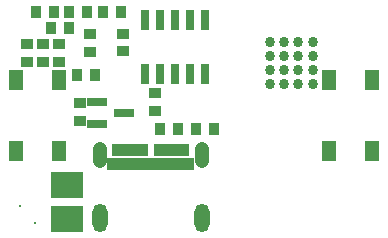
<source format=gbs>
G04*
G04 #@! TF.GenerationSoftware,Altium Limited,Altium Designer,22.1.2 (22)*
G04*
G04 Layer_Color=16711935*
%FSLAX44Y44*%
%MOMM*%
G71*
G04*
G04 #@! TF.SameCoordinates,13D72DB6-CE64-42D8-9DE0-DE94B983F977*
G04*
G04*
G04 #@! TF.FilePolarity,Negative*
G04*
G01*
G75*
%ADD17R,0.9032X1.1032*%
%ADD18R,1.6532X0.8032*%
%ADD19R,1.1032X0.9032*%
%ADD29O,1.3032X2.4032*%
%ADD30O,1.2112X2.2192*%
%ADD31C,0.2032*%
%ADD32C,0.8632*%
%ADD58R,1.2032X1.0032*%
%ADD59R,0.5032X1.0032*%
%ADD60R,1.2032X1.7032*%
%ADD61R,2.7032X2.2032*%
%ADD62R,0.8032X1.7272*%
D17*
X-160000Y-113500D02*
D03*
X-145000D02*
D03*
X-175500Y-113250D02*
D03*
X-190500D02*
D03*
X-295730Y-14000D02*
D03*
X-280730D02*
D03*
X-224270Y-14000D02*
D03*
X-239270D02*
D03*
X-252520D02*
D03*
X-267520D02*
D03*
X-246250Y-68000D02*
D03*
X-261250D02*
D03*
X-283000Y-28250D02*
D03*
X-268000D02*
D03*
D18*
X-244500Y-109201D02*
D03*
Y-90201D02*
D03*
X-221000Y-99701D02*
D03*
D19*
X-194750Y-98000D02*
D03*
Y-83000D02*
D03*
X-250500Y-33250D02*
D03*
Y-48250D02*
D03*
X-276250Y-56500D02*
D03*
X-276250Y-41500D02*
D03*
X-303750D02*
D03*
Y-56500D02*
D03*
X-290000Y-56500D02*
D03*
X-290000Y-41500D02*
D03*
X-258500Y-106500D02*
D03*
X-258500Y-91500D02*
D03*
X-222250Y-47750D02*
D03*
Y-32750D02*
D03*
D29*
X-155500Y-188850D02*
D03*
X-241900D02*
D03*
D30*
X-155500Y-135250D02*
D03*
X-242000D02*
D03*
D31*
X-296750Y-192750D02*
D03*
X-309250Y-178500D02*
D03*
D32*
X-97750Y-75701D02*
D03*
Y-63701D02*
D03*
Y-51701D02*
D03*
Y-39701D02*
D03*
X-85750Y-75701D02*
D03*
Y-63701D02*
D03*
Y-51701D02*
D03*
Y-39701D02*
D03*
X-73750Y-75701D02*
D03*
X-73750Y-63701D02*
D03*
Y-51701D02*
D03*
X-73750Y-39701D02*
D03*
X-61750Y-75701D02*
D03*
Y-63701D02*
D03*
Y-51701D02*
D03*
Y-39701D02*
D03*
D58*
X-229750Y-143250D02*
D03*
X-167750D02*
D03*
D59*
X-176250D02*
D03*
X-206250D02*
D03*
X-228750Y-131250D02*
D03*
X-168750D02*
D03*
X-173750D02*
D03*
X-178750D02*
D03*
X-183750D02*
D03*
X-188750D02*
D03*
X-193750D02*
D03*
X-203750D02*
D03*
X-208750D02*
D03*
X-213750D02*
D03*
X-218750D02*
D03*
X-223750D02*
D03*
X-221250Y-143250D02*
D03*
X-216250D02*
D03*
X-211250D02*
D03*
X-201250D02*
D03*
X-196250D02*
D03*
X-191250D02*
D03*
X-186250D02*
D03*
X-181250D02*
D03*
D60*
X-47500Y-72250D02*
D03*
Y-132250D02*
D03*
X-11500D02*
D03*
Y-72250D02*
D03*
X-276500Y-132250D02*
D03*
Y-72250D02*
D03*
X-312500D02*
D03*
Y-132250D02*
D03*
D61*
X-270002Y-160451D02*
D03*
X-269752Y-189451D02*
D03*
D62*
X-153150Y-66451D02*
D03*
X-165850D02*
D03*
X-178550D02*
D03*
X-191250D02*
D03*
X-203950D02*
D03*
Y-20701D02*
D03*
X-191250D02*
D03*
X-178550D02*
D03*
X-165850D02*
D03*
X-153150D02*
D03*
M02*

</source>
